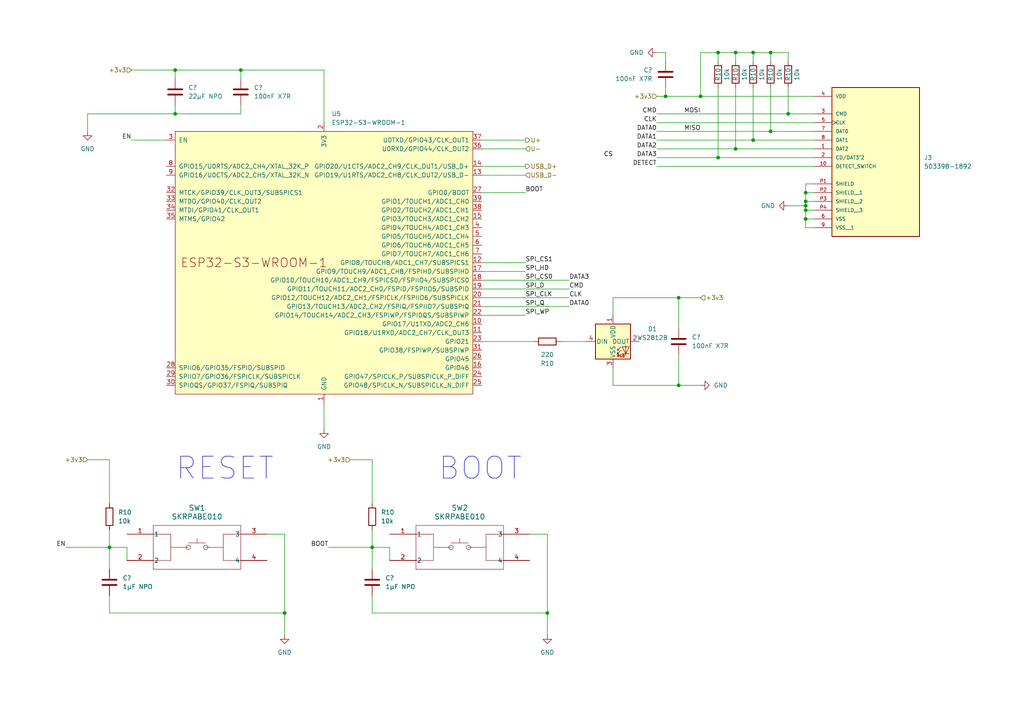
<source format=kicad_sch>
(kicad_sch (version 20230121) (generator eeschema)
  (paper "A4")
  (lib_symbols
    (symbol "Device:C" (pin_numbers hide) (pin_names (offset 0.254))
      (property "Reference" "C" (at 0.635 2.54 0))
      (property "Value" "C" (at 0.635 -2.54 0))
      (symbol "C_0_1"
        (polyline (pts (xy -2.032 -0.762) (xy 2.032 -0.762)) (stroke (width 0.508)))
        (polyline (pts (xy -2.032 0.762) (xy 2.032 0.762)) (stroke (width 0.508)))
      )
      (symbol "C_1_1"
        (pin passive line (at 0 3.81 270) (length 2.794) (name "~") (number "1"))
        (pin passive line (at 0 -3.81 90) (length 2.794) (name "~") (number "2"))
      )
    )
    (symbol "Device:R" (pin_numbers hide) (pin_names (offset 0))
      (property "Reference" "R" (at 2.032 0 90))
      (property "Value" "R" (at 0 0 90))
      (symbol "R_0_1"
        (rectangle (start -1.016 -2.54) (end 1.016 2.54) (stroke (width 0.254)))
      )
      (symbol "R_1_1"
        (pin passive line (at 0 3.81 270) (length 1.27) (name "~") (number "1"))
        (pin passive line (at 0 -3.81 90) (length 1.27) (name "~") (number "2"))
      )
    )
    (symbol "Downloads:503398-1892" (pin_names (offset 1.016))
      (property "Reference" "J" (at -12.7217 15.266 0))
      (property "Value" "503398-1892" (at -12.704 -27.9456 0))
      (symbol "503398-1892_0_0"
        (rectangle (start -12.7 -27.94) (end 12.7 15.24) (stroke (width 0.254)) (fill (type background)))
        (pin passive line (at 17.78 -2.54 180) (length 5.08) (name "DAT2") (number "1"))
        (pin passive line (at 17.78 -7.62 180) (length 5.08) (name "DETECT_SWITCH") (number "10"))
        (pin passive line (at 17.78 -5.08 180) (length 5.08) (name "CD/DAT3^2") (number "2"))
        (pin passive line (at 17.78 7.62 180) (length 5.08) (name "CMD") (number "3"))
        (pin power_in line (at 17.78 12.7 180) (length 5.08) (name "VDD") (number "4"))
        (pin passive clock (at 17.78 5.08 180) (length 5.08) (name "CLK") (number "5"))
        (pin power_in line (at 17.78 -22.86 180) (length 5.08) (name "VSS") (number "6"))
        (pin passive line (at 17.78 2.54 180) (length 5.08) (name "DAT0") (number "7"))
        (pin passive line (at 17.78 0 180) (length 5.08) (name "DAT1") (number "8"))
        (pin power_in line (at 17.78 -25.4 180) (length 5.08) (name "VSS__1") (number "9"))
        (pin passive line (at 17.78 -12.7 180) (length 5.08) (name "SHIELD") (number "P1"))
        (pin passive line (at 17.78 -15.24 180) (length 5.08) (name "SHIELD__1") (number "P2"))
        (pin passive line (at 17.78 -17.78 180) (length 5.08) (name "SHIELD__2") (number "P3"))
        (pin passive line (at 17.78 -20.32 180) (length 5.08) (name "SHIELD__3") (number "P4"))
      )
    )
    (symbol "Downloads:SKRPABE010" (pin_names (offset 0.254))
      (property "Reference" "SW" (at 20.32 7.62 0))
      (property "Value" "SKRPABE010" (at 20.32 5.08 0))
      (symbol "SKRPABE010_0_1"
        (polyline (pts (xy 7.62 -10.16) (xy 33.02 -10.16)) (stroke (width 0.127)))
        (polyline (pts (xy 7.62 -7.62) (xy 12.7 -7.62)) (stroke (width 0.127)))
        (polyline (pts (xy 7.62 0) (xy 12.7 0)) (stroke (width 0.127)))
        (polyline (pts (xy 7.62 2.54) (xy 7.62 -10.16)) (stroke (width 0.127)))
        (polyline (pts (xy 12.7 -3.81) (xy 17.78 -3.81)) (stroke (width 0.127)))
        (polyline (pts (xy 12.7 0) (xy 12.7 -7.62)) (stroke (width 0.127)))
        (polyline (pts (xy 17.78 -2.54) (xy 22.86 -2.54)) (stroke (width 0.127)))
        (polyline (pts (xy 20.32 -2.54) (xy 20.32 -1.27)) (stroke (width 0.127)))
        (polyline (pts (xy 27.94 -3.81) (xy 22.86 -3.81)) (stroke (width 0.127)))
        (polyline (pts (xy 27.94 0) (xy 27.94 -7.62)) (stroke (width 0.127)))
        (polyline (pts (xy 27.94 0) (xy 33.02 0)) (stroke (width 0.127)))
        (polyline (pts (xy 33.02 -10.16) (xy 33.02 2.54)) (stroke (width 0.127)))
        (polyline (pts (xy 33.02 -7.62) (xy 27.94 -7.62)) (stroke (width 0.127)))
        (polyline (pts (xy 33.02 2.54) (xy 7.62 2.54)) (stroke (width 0.127)))
        (circle (center 17.78 -3.81) (radius 0.635) (stroke (width 0.127)))
        (circle (center 22.86 -3.81) (radius 0.635) (stroke (width 0.127)))
        (pin unspecified line (at 0 0 0) (length 7.62) (name "1") (number "1"))
        (pin unspecified line (at 0 -7.62 0) (length 7.62) (name "2") (number "2"))
        (pin unspecified line (at 40.64 0 180) (length 7.62) (name "3") (number "3"))
        (pin unspecified line (at 40.64 -7.62 180) (length 7.62) (name "4") (number "4"))
      )
    )
    (symbol "LED:WS2812B" (pin_names (offset 0.254))
      (property "Reference" "D" (at 5.08 5.715 0))
      (property "Value" "WS2812B" (at 1.27 -5.715 0))
      (symbol "WS2812B_0_0"
        (text "RGB" (at 2.286 -4.191 0) (effects (font (size 0.762 0.762))))
      )
      (symbol "WS2812B_0_1"
        (polyline (pts (xy 1.27 -3.556) (xy 1.778 -3.556)))
        (polyline (pts (xy 1.27 -2.54) (xy 1.778 -2.54)))
        (polyline (pts (xy 4.699 -3.556) (xy 2.667 -3.556)))
        (polyline (pts (xy 2.286 -2.54) (xy 1.27 -3.556) (xy 1.27 -3.048)))
        (polyline (pts (xy 2.286 -1.524) (xy 1.27 -2.54) (xy 1.27 -2.032)))
        (polyline (pts (xy 3.683 -1.016) (xy 3.683 -3.556) (xy 3.683 -4.064)))
        (polyline (pts (xy 4.699 -1.524) (xy 2.667 -1.524) (xy 3.683 -3.556) (xy 4.699 -1.524)))
        (rectangle (start 5.08 5.08) (end -5.08 -5.08) (stroke (width 0.254)) (fill (type background)))
      )
      (symbol "WS2812B_1_1"
        (pin power_in line (at 0 7.62 270) (length 2.54) (name "VDD") (number "1"))
        (pin output line (at 7.62 0 180) (length 2.54) (name "DOUT") (number "2"))
        (pin power_in line (at 0 -7.62 90) (length 2.54) (name "VSS") (number "3"))
        (pin input line (at -7.62 0 0) (length 2.54) (name "DIN") (number "4"))
      )
    )
    (symbol "PCM_Espressif:ESP32-S3-WROOM-1" (pin_names (offset 1.016))
      (property "Reference" "U" (at -43.18 43.18 0))
      (property "Value" "ESP32-S3-WROOM-1" (at -43.18 40.64 0))
      (symbol "ESP32-S3-WROOM-1_0_0"
        (text "ESP32-S3-WROOM-1" (at -20.32 0 0) (effects (font (size 2.54 2.54))))
        (pin power_in line (at 0 -40.64 90) (length 2.54) (name "GND") (number "1"))
        (pin bidirectional line (at 45.72 -17.78 180) (length 2.54) (name "GPIO17/U1TXD/ADC2_CH6") (number "10"))
        (pin bidirectional line (at 45.72 -20.32 180) (length 2.54) (name "GPIO18/U1RXD/ADC2_CH7/CLK_OUT3") (number "11"))
        (pin bidirectional line (at 45.72 0 180) (length 2.54) (name "GPIO8/TOUCH8/ADC1_CH7/SUBSPICS1") (number "12"))
        (pin bidirectional line (at 45.72 25.4 180) (length 2.54) (name "GPIO19/U1RTS/ADC2_CH8/CLK_OUT2/USB_D-") (number "13"))
        (pin bidirectional line (at 45.72 27.94 180) (length 2.54) (name "GPIO20/U1CTS/ADC2_CH9/CLK_OUT1/USB_D+") (number "14"))
        (pin bidirectional line (at 45.72 12.7 180) (length 2.54) (name "GPIO3/TOUCH3/ADC1_CH2") (number "15"))
        (pin bidirectional line (at 45.72 -30.48 180) (length 2.54) (name "GPIO46") (number "16"))
        (pin bidirectional line (at 45.72 -2.54 180) (length 2.54) (name "GPIO9/TOUCH9/ADC1_CH8/FSPIHD/SUBSPIHD") (number "17"))
        (pin bidirectional line (at 45.72 -5.08 180) (length 2.54) (name "GPIO10/TOUCH10/ADC1_CH9/FSPICS0/FSPIIO4/SUBSPICS0") (number "18"))
        (pin bidirectional line (at 45.72 -7.62 180) (length 2.54) (name "GPIO11/TOUCH11/ADC2_CH0/FSPID/FSPIIO5/SUBSPID") (number "19"))
        (pin power_in line (at 0 40.64 270) (length 2.54) (name "3V3") (number "2"))
        (pin bidirectional line (at 45.72 -10.16 180) (length 2.54) (name "GPIO12/TOUCH12/ADC2_CH1/FSPICLK/FSPIIO6/SUBSPICLK") (number "20"))
        (pin bidirectional line (at 45.72 -12.7 180) (length 2.54) (name "GPIO13/TOUCH13/ADC2_CH2/FSPIQ/FSPIIO7/SUBSPIQ") (number "21"))
        (pin bidirectional line (at 45.72 -15.24 180) (length 2.54) (name "GPIO14/TOUCH14/ADC2_CH3/FSPIWP/FSPIDQS/SUBSPIWP") (number "22"))
        (pin bidirectional line (at 45.72 -22.86 180) (length 2.54) (name "GPIO21") (number "23"))
        (pin bidirectional line (at 45.72 -33.02 180) (length 2.54) (name "GPIO47/SPICLK_P/SUBSPICLK_P_DIFF") (number "24"))
        (pin bidirectional line (at 45.72 -35.56 180) (length 2.54) (name "GPIO48/SPICLK_N/SUBSPICLK_N_DIFF") (number "25"))
        (pin bidirectional line (at 45.72 -27.94 180) (length 2.54) (name "GPIO45") (number "26"))
        (pin bidirectional line (at 45.72 20.32 180) (length 2.54) (name "GPIO0/BOOT") (number "27"))
        (pin bidirectional line (at -45.72 -30.48 0) (length 2.54) (name "SPIIO6/GPIO35/FSPID/SUBSPID") (number "28"))
        (pin bidirectional line (at -45.72 -33.02 0) (length 2.54) (name "SPIIO7/GPIO36/FSPICLK/SUBSPICLK") (number "29"))
        (pin input line (at -45.72 35.56 0) (length 2.54) (name "EN") (number "3"))
        (pin bidirectional line (at -45.72 -35.56 0) (length 2.54) (name "SPIDQS/GPIO37/FSPIQ/SUBSPIQ") (number "30"))
        (pin bidirectional line (at 45.72 -25.4 180) (length 2.54) (name "GPIO38/FSPIWP/SUBSPIWP") (number "31"))
        (pin bidirectional line (at -45.72 20.32 0) (length 2.54) (name "MTCK/GPIO39/CLK_OUT3/SUBSPICS1") (number "32"))
        (pin bidirectional line (at -45.72 17.78 0) (length 2.54) (name "MTDO/GPIO40/CLK_OUT2") (number "33"))
        (pin bidirectional line (at -45.72 15.24 0) (length 2.54) (name "MTDI/GPIO41/CLK_OUT1") (number "34"))
        (pin bidirectional line (at -45.72 12.7 0) (length 2.54) (name "MTMS/GPIO42") (number "35"))
        (pin bidirectional line (at 45.72 33.02 180) (length 2.54) (name "U0RXD/GPIO44/CLK_OUT2") (number "36"))
        (pin bidirectional line (at 45.72 35.56 180) (length 2.54) (name "U0TXD/GPIO43/CLK_OUT1") (number "37"))
        (pin bidirectional line (at 45.72 15.24 180) (length 2.54) (name "GPIO2/TOUCH2/ADC1_CH1") (number "38"))
        (pin bidirectional line (at 45.72 17.78 180) (length 2.54) (name "GPIO1/TOUCH1/ADC1_CH0") (number "39"))
        (pin bidirectional line (at 45.72 10.16 180) (length 2.54) (name "GPIO4/TOUCH4/ADC1_CH3") (number "4"))
        (pin passive line (at 0 -40.64 90) (length 2.54) hide (name "GND") (number "40"))
        (pin passive line (at 0 -40.64 90) (length 2.54) hide (name "GND") (number "41"))
        (pin bidirectional line (at 45.72 7.62 180) (length 2.54) (name "GPIO5/TOUCH5/ADC1_CH4") (number "5"))
        (pin bidirectional line (at 45.72 5.08 180) (length 2.54) (name "GPIO6/TOUCH6/ADC1_CH5") (number "6"))
        (pin bidirectional line (at 45.72 2.54 180) (length 2.54) (name "GPIO7/TOUCH7/ADC1_CH6") (number "7"))
        (pin bidirectional line (at -45.72 27.94 0) (length 2.54) (name "GPIO15/U0RTS/ADC2_CH4/XTAL_32K_P") (number "8"))
        (pin bidirectional line (at -45.72 25.4 0) (length 2.54) (name "GPIO16/U0CTS/ADC2_CH5/XTAL_32K_N") (number "9"))
      )
      (symbol "ESP32-S3-WROOM-1_0_1"
        (rectangle (start -43.18 38.1) (end 43.18 -38.1) (fill (type background)))
      )
    )
    (symbol "power:GND" (power) (pin_names (offset 0))
      (property "Value" "GND" (at 0 -3.81 0))
      (symbol "GND_0_1"
        (polyline (pts (xy 0 0) (xy 0 -1.27) (xy 1.27 -1.27) (xy 0 -2.54) (xy -1.27 -1.27) (xy 0 -1.27)))
      )
      (symbol "GND_1_1"
        (pin power_in line (at 0 0 270) (length 0) hide (name "GND") (number "1"))
      )
    )
  )
  (junction (at 158.75 177.8))
  (junction (at 213.36 15.24))
  (junction (at 193.04 27.94))
  (junction (at 69.85 20.32))
  (junction (at 107.95 158.75))
  (junction (at 50.8 20.32))
  (junction (at 213.36 43.18))
  (junction (at 233.68 55.88))
  (junction (at 218.44 15.24))
  (junction (at 208.28 45.72))
  (junction (at 233.68 58.42))
  (junction (at 233.68 63.5))
  (junction (at 196.85 111.76))
  (junction (at 218.44 40.64))
  (junction (at 228.6 33.02))
  (junction (at 196.85 86.36))
  (junction (at 31.75 158.75))
  (junction (at 50.8 33.02))
  (junction (at 223.52 15.24))
  (junction (at 203.2 27.94))
  (junction (at 233.68 60.96))
  (junction (at 223.52 38.1))
  (junction (at 82.55 177.8))
  (junction (at 233.68 59.69))
  (junction (at 208.28 15.24))
  (wire (pts (xy 158.75 154.94) (xy 158.75 177.8)))
  (wire (pts (xy 162.56 99.06) (xy 170.18 99.06)))
  (wire (pts (xy 50.8 33.02) (xy 69.85 33.02)))
  (wire (pts (xy 208.28 25.4) (xy 208.28 45.72)))
  (wire (pts (xy 139.7 48.26) (xy 152.4 48.26)))
  (wire (pts (xy 139.7 76.2) (xy 152.4 76.2)))
  (wire (pts (xy 233.68 58.42) (xy 233.68 59.69)))
  (wire (pts (xy 82.55 177.8) (xy 82.55 184.15)))
  (wire (pts (xy 107.95 153.67) (xy 107.95 158.75)))
  (wire (pts (xy 38.1 40.64) (xy 48.26 40.64)))
  (wire (pts (xy 107.95 172.72) (xy 107.95 177.8)))
  (wire (pts (xy 233.68 63.5) (xy 236.22 63.5)))
  (wire (pts (xy 223.52 15.24) (xy 223.52 17.78)))
  (wire (pts (xy 19.05 158.75) (xy 31.75 158.75)))
  (wire (pts (xy 190.5 33.02) (xy 228.6 33.02)))
  (wire (pts (xy 139.7 88.9) (xy 165.1 88.9)))
  (wire (pts (xy 233.68 60.96) (xy 233.68 63.5)))
  (wire (pts (xy 36.83 158.75) (xy 36.83 162.56)))
  (wire (pts (xy 69.85 20.32) (xy 93.98 20.32)))
  (wire (pts (xy 228.6 25.4) (xy 228.6 33.02)))
  (wire (pts (xy 38.1 20.32) (xy 50.8 20.32)))
  (wire (pts (xy 193.04 17.78) (xy 193.04 15.24)))
  (wire (pts (xy 223.52 15.24) (xy 218.44 15.24)))
  (wire (pts (xy 193.04 27.94) (xy 203.2 27.94)))
  (wire (pts (xy 196.85 86.36) (xy 196.85 95.25)))
  (wire (pts (xy 25.4 33.02) (xy 25.4 38.1)))
  (wire (pts (xy 25.4 33.02) (xy 50.8 33.02)))
  (wire (pts (xy 107.95 133.35) (xy 107.95 146.05)))
  (wire (pts (xy 139.7 86.36) (xy 165.1 86.36)))
  (wire (pts (xy 233.68 59.69) (xy 233.68 60.96)))
  (wire (pts (xy 69.85 20.32) (xy 69.85 22.86)))
  (wire (pts (xy 213.36 25.4) (xy 213.36 43.18)))
  (wire (pts (xy 107.95 158.75) (xy 107.95 165.1)))
  (wire (pts (xy 203.2 15.24) (xy 203.2 27.94)))
  (wire (pts (xy 25.4 133.35) (xy 31.75 133.35)))
  (wire (pts (xy 203.2 111.76) (xy 196.85 111.76)))
  (wire (pts (xy 233.68 58.42) (xy 236.22 58.42)))
  (wire (pts (xy 203.2 15.24) (xy 208.28 15.24)))
  (wire (pts (xy 213.36 43.18) (xy 236.22 43.18)))
  (wire (pts (xy 93.98 116.84) (xy 93.98 124.46)))
  (wire (pts (xy 139.7 40.64) (xy 152.4 40.64)))
  (wire (pts (xy 233.68 55.88) (xy 236.22 55.88)))
  (wire (pts (xy 77.47 154.94) (xy 82.55 154.94)))
  (wire (pts (xy 196.85 102.87) (xy 196.85 111.76)))
  (wire (pts (xy 139.7 43.18) (xy 152.4 43.18)))
  (wire (pts (xy 233.68 60.96) (xy 236.22 60.96)))
  (wire (pts (xy 50.8 30.48) (xy 50.8 33.02)))
  (wire (pts (xy 139.7 78.74) (xy 152.4 78.74)))
  (wire (pts (xy 213.36 15.24) (xy 213.36 17.78)))
  (wire (pts (xy 158.75 177.8) (xy 158.75 184.15)))
  (wire (pts (xy 228.6 33.02) (xy 236.22 33.02)))
  (wire (pts (xy 139.7 50.8) (xy 152.4 50.8)))
  (wire (pts (xy 31.75 158.75) (xy 36.83 158.75)))
  (wire (pts (xy 113.03 158.75) (xy 113.03 162.56)))
  (wire (pts (xy 208.28 15.24) (xy 208.28 17.78)))
  (wire (pts (xy 190.5 40.64) (xy 218.44 40.64)))
  (wire (pts (xy 177.8 86.36) (xy 177.8 91.44)))
  (wire (pts (xy 190.5 45.72) (xy 208.28 45.72)))
  (wire (pts (xy 139.7 91.44) (xy 152.4 91.44)))
  (wire (pts (xy 31.75 172.72) (xy 31.75 177.8)))
  (wire (pts (xy 228.6 15.24) (xy 223.52 15.24)))
  (wire (pts (xy 213.36 15.24) (xy 208.28 15.24)))
  (wire (pts (xy 218.44 15.24) (xy 218.44 17.78)))
  (wire (pts (xy 223.52 38.1) (xy 236.22 38.1)))
  (wire (pts (xy 190.5 48.26) (xy 236.22 48.26)))
  (wire (pts (xy 139.7 81.28) (xy 165.1 81.28)))
  (wire (pts (xy 196.85 111.76) (xy 177.8 111.76)))
  (wire (pts (xy 190.5 27.94) (xy 193.04 27.94)))
  (wire (pts (xy 228.6 59.69) (xy 233.68 59.69)))
  (wire (pts (xy 139.7 55.88) (xy 152.4 55.88)))
  (wire (pts (xy 233.68 55.88) (xy 233.68 58.42)))
  (wire (pts (xy 93.98 20.32) (xy 93.98 35.56)))
  (wire (pts (xy 236.22 53.34) (xy 233.68 53.34)))
  (wire (pts (xy 218.44 15.24) (xy 213.36 15.24)))
  (wire (pts (xy 228.6 17.78) (xy 228.6 15.24)))
  (wire (pts (xy 153.67 154.94) (xy 158.75 154.94)))
  (wire (pts (xy 233.68 63.5) (xy 233.68 66.04)))
  (wire (pts (xy 190.5 38.1) (xy 223.52 38.1)))
  (wire (pts (xy 139.7 99.06) (xy 154.94 99.06)))
  (wire (pts (xy 31.75 177.8) (xy 82.55 177.8)))
  (wire (pts (xy 190.5 43.18) (xy 213.36 43.18)))
  (wire (pts (xy 218.44 25.4) (xy 218.44 40.64)))
  (wire (pts (xy 107.95 177.8) (xy 158.75 177.8)))
  (wire (pts (xy 196.85 86.36) (xy 177.8 86.36)))
  (wire (pts (xy 31.75 133.35) (xy 31.75 146.05)))
  (wire (pts (xy 203.2 27.94) (xy 236.22 27.94)))
  (wire (pts (xy 31.75 153.67) (xy 31.75 158.75)))
  (wire (pts (xy 193.04 15.24) (xy 190.5 15.24)))
  (wire (pts (xy 82.55 154.94) (xy 82.55 177.8)))
  (wire (pts (xy 218.44 40.64) (xy 236.22 40.64)))
  (wire (pts (xy 208.28 45.72) (xy 236.22 45.72)))
  (wire (pts (xy 50.8 20.32) (xy 50.8 22.86)))
  (wire (pts (xy 190.5 35.56) (xy 236.22 35.56)))
  (wire (pts (xy 31.75 158.75) (xy 31.75 165.1)))
  (wire (pts (xy 95.25 158.75) (xy 107.95 158.75)))
  (wire (pts (xy 101.6 133.35) (xy 107.95 133.35)))
  (wire (pts (xy 139.7 83.82) (xy 165.1 83.82)))
  (wire (pts (xy 203.2 86.36) (xy 196.85 86.36)))
  (wire (pts (xy 233.68 66.04) (xy 236.22 66.04)))
  (wire (pts (xy 233.68 53.34) (xy 233.68 55.88)))
  (wire (pts (xy 50.8 20.32) (xy 69.85 20.32)))
  (wire (pts (xy 177.8 111.76) (xy 177.8 106.68)))
  (wire (pts (xy 193.04 25.4) (xy 193.04 27.94)))
  (wire (pts (xy 69.85 30.48) (xy 69.85 33.02)))
  (wire (pts (xy 107.95 158.75) (xy 113.03 158.75)))
  (wire (pts (xy 223.52 25.4) (xy 223.52 38.1)))
  (text "BOOT" (at 127 139.7 0) (effects (font (size 6.35 6.35)) (justify left bottom)))
  (text "RESET" (at 50.8 139.7 0) (effects (font (size 6.35 6.35)) (justify left bottom)))
  (label "SPI_WP" (at 152.4 91.44 0))
  (label "SPI_HD" (at 152.4 78.74 0))
  (label "EN" (at 19.05 158.75 180))
  (label "DETECT" (at 190.5 48.26 180))
  (label "DATA1" (at 190.5 40.64 180))
  (label "MOSI" (at 203.2 33.02 180))
  (label "DATA3" (at 165.1 81.28 0))
  (label "CMD" (at 190.5 33.02 180))
  (label "SPI_CS1" (at 152.4 76.2 0))
  (label "DATA2" (at 190.5 43.18 180))
  (label "EN" (at 38.1 40.64 180))
  (label "DATA0" (at 190.5 38.1 180))
  (label "SPI_D" (at 152.4 83.82 0))
  (label "MISO" (at 203.2 38.1 180))
  (label "DATA0" (at 165.1 88.9 0))
  (label "DATA3" (at 190.5 45.72 180))
  (label "SPI_CS0" (at 152.4 81.28 0))
  (label "CS" (at 177.8 45.72 180))
  (label "CLK" (at 190.5 35.56 180))
  (label "BOOT" (at 95.25 158.75 180))
  (label "CLK" (at 165.1 86.36 0))
  (label "BOOT" (at 152.4 55.88 0))
  (label "CMD" (at 165.1 83.82 0))
  (label "SPI_CLK" (at 152.4 86.36 0))
  (label "SPI_Q" (at 152.4 88.9 0))
  (hierarchical_label "U-" (shape input) (at 152.4 43.18 0))
  (hierarchical_label "+3v3" (shape input) (at 190.5 27.94 180))
  (hierarchical_label "USB_D-" (shape input) (at 152.4 50.8 0))
  (hierarchical_label "+3v3" (shape input) (at 101.6 133.35 180))
  (hierarchical_label "USB_D+" (shape output) (at 152.4 48.26 0))
  (hierarchical_label "+3v3" (shape input) (at 203.2 86.36 0))
  (hierarchical_label "+3v3" (shape input) (at 25.4 133.35 180))
  (hierarchical_label "U+" (shape output) (at 152.4 40.64 0))
  (hierarchical_label "+3v3" (shape input) (at 38.1 20.32 180))
  (symbol (lib_id "power:GND") (at 158.75 184.15 0) (unit 1)
    (property "Reference" "#PWR021" (effects hide))
    (property "Value" "GND" (at 158.75 189.23 0))
  )
  (symbol (lib_id "Device:C") (at 107.95 168.91 180) (unit 1)
    (property "Reference" "C?" (at 111.76 167.64 0) (effects (justify right)))
    (property "Value" "1µF NPO" (at 111.76 170.18 0) (effects (justify right)))
    (property "Footprint" "Capacitor_SMD:C_0402_1005Metric" (effects hide))
    (instances (project "FlipperRP2040_DevBoard" (path "" (reference "C?") (unit 1)) (path "" (reference "C7") (unit 1)) (path "" (reference "C34") (unit 1))))
  )
  (symbol (lib_id "Device:C") (at 69.85 26.67 180) (unit 1)
    (property "Reference" "C?" (at 73.66 25.4 0) (effects (justify right)))
    (property "Value" "100nF X7R" (at 73.66 27.94 0) (effects (justify right)))
    (property "Footprint" "Capacitor_SMD:C_0402_1005Metric" (effects hide))
    (instances (project "FlipperRP2040_DevBoard" (path "" (reference "C?") (unit 1)) (path "" (reference "C8") (unit 1)) (path "" (reference "C33") (unit 1))))
  )
  (symbol (lib_id "Device:R") (at 107.95 149.86 0) (unit 1)
    (property "Reference" "R10" (at 110.49 148.59 0) (effects (justify left)))
    (property "Value" "10k" (at 110.49 151.13 0) (effects (justify left)))
    (property "Footprint" "Resistor_SMD:R_0402_1005Metric" (effects hide))
    (instances (project "FlipperRP2040_DevBoard" (path "" (reference "R10") (unit 1)) (path "" (reference "R9") (unit 1)) (path "" (reference "R15") (unit 1))))
  )
  (symbol (lib_id "Device:R") (at 228.6 21.59 0) (mirror x) (unit 1)
    (property "Reference" "R10" (at 228.6 21.59 90))
    (property "Value" "10k" (at 231.14 21.59 90))
    (property "Footprint" "Resistor_SMD:R_0402_1005Metric" (effects hide))
    (instances (project "FlipperRP2040_DevBoard" (path "" (reference "R10") (unit 1)) (path "" (reference "R9") (unit 1)) (path "" (reference "R18") (unit 1))))
  )
  (symbol (lib_id "LED:WS2812B") (at 177.8 99.06 0) (unit 1)
    (property "Reference" "D1" (at 189.23 95.4121 0))
    (property "Value" "WS2812B" (at 189.23 97.9521 0))
    (property "Footprint" "LED_SMD:LED_WS2812B_PLCC4_5.0x5.0mm_P3.2mm" (effects hide))
    (property "Datasheet" "https://cdn-shop.adafruit.com/datasheets/WS2812B.pdf" (effects hide))
  )
  (symbol (lib_id "Device:R") (at 208.28 21.59 0) (mirror x) (unit 1)
    (property "Reference" "R10" (at 208.28 21.59 90))
    (property "Value" "10k" (at 210.82 21.59 90))
    (property "Footprint" "Resistor_SMD:R_0402_1005Metric" (effects hide))
    (instances (project "FlipperRP2040_DevBoard" (path "" (reference "R10") (unit 1)) (path "" (reference "R9") (unit 1)) (path "" (reference "R12") (unit 1))))
  )
  (symbol (lib_id "Device:R") (at 223.52 21.59 0) (mirror x) (unit 1)
    (property "Reference" "R10" (at 223.52 21.59 90))
    (property "Value" "10k" (at 226.06 21.59 90))
    (property "Footprint" "Resistor_SMD:R_0402_1005Metric" (effects hide))
    (instances (project "FlipperRP2040_DevBoard" (path "" (reference "R10") (unit 1)) (path "" (reference "R9") (unit 1)) (path "" (reference "R17") (unit 1))))
  )
  (symbol (lib_id "Downloads:SKRPABE010") (at 113.03 154.94 0) (unit 1)
    (property "Reference" "SW2" (at 133.35 147.32 0) (effects (font (size 1.524 1.524))))
    (property "Value" "SKRPABE010" (at 133.35 149.86 0) (effects (font (size 1.524 1.524))))
    (property "Footprint" "Downloads:SW4_SKRPABE010_ALPS" (effects hide))
    (property "Datasheet" "SKRPABE010" (effects hide))
  )
  (symbol (lib_id "Device:R") (at 158.75 99.06 90) (mirror x) (unit 1)
    (property "Reference" "R10" (at 158.75 105.41 90))
    (property "Value" "220" (at 158.75 102.87 90))
    (property "Footprint" "Resistor_SMD:R_0402_1005Metric" (effects hide))
    (instances (project "FlipperRP2040_DevBoard" (path "" (reference "R10") (unit 1)) (path "" (reference "R9") (unit 1)) (path "" (reference "R11") (unit 1))))
  )
  (symbol (lib_id "power:GND") (at 82.55 184.15 0) (unit 1)
    (property "Reference" "#PWR020" (effects hide))
    (property "Value" "GND" (at 82.55 189.23 0))
  )
  (symbol (lib_id "Device:C") (at 193.04 21.59 0) (mirror x) (unit 1)
    (property "Reference" "C?" (at 189.23 20.32 0) (effects (justify right)))
    (property "Value" "100nF X7R" (at 189.23 22.86 0) (effects (justify right)))
    (property "Footprint" "Capacitor_SMD:C_0402_1005Metric" (effects hide))
    (instances (project "FlipperRP2040_DevBoard" (path "" (reference "C?") (unit 1)) (path "" (reference "C8") (unit 1)) (path "" (reference "C36") (unit 1))))
  )
  (symbol (lib_id "Device:R") (at 218.44 21.59 0) (mirror x) (unit 1)
    (property "Reference" "R10" (at 218.44 21.59 90))
    (property "Value" "10k" (at 220.98 21.59 90))
    (property "Footprint" "Resistor_SMD:R_0402_1005Metric" (effects hide))
    (instances (project "FlipperRP2040_DevBoard" (path "" (reference "R10") (unit 1)) (path "" (reference "R9") (unit 1)) (path "" (reference "R16") (unit 1))))
  )
  (symbol (lib_id "power:GND") (at 228.6 59.69 270) (unit 1)
    (property "Reference" "#PWR024" (effects hide))
    (property "Value" "GND" (at 224.79 59.69 90) (effects (justify right)))
  )
  (symbol (lib_id "Device:R") (at 31.75 149.86 0) (unit 1)
    (property "Reference" "R10" (at 34.29 148.59 0) (effects (justify left)))
    (property "Value" "10k" (at 34.29 151.13 0) (effects (justify left)))
    (property "Footprint" "Resistor_SMD:R_0402_1005Metric" (effects hide))
    (instances (project "FlipperRP2040_DevBoard" (path "" (reference "R10") (unit 1)) (path "" (reference "R9") (unit 1)) (path "" (reference "R14") (unit 1))))
  )
  (symbol (lib_id "PCM_Espressif:ESP32-S3-WROOM-1") (at 93.98 76.2 0) (unit 1)
    (property "Reference" "U5" (at 96.1741 33.02 0) (effects (justify left)))
    (property "Value" "ESP32-S3-WROOM-1" (at 96.1741 35.56 0) (effects (justify left)))
    (property "Footprint" "PCM_Espressif:ESP32-S3-WROOM-1" (effects hide))
    (property "Datasheet" "https://www.espressif.com/sites/default/files/documentation/esp32-s3-wroom-1_wroom-1u_datasheet_en.pdf" (effects hide))
  )
  (symbol (lib_id "Device:C") (at 196.85 99.06 180) (unit 1)
    (property "Reference" "C?" (at 200.66 97.79 0) (effects (justify right)))
    (property "Value" "100nF X7R" (at 200.66 100.33 0) (effects (justify right)))
    (property "Footprint" "Capacitor_SMD:C_0402_1005Metric" (effects hide))
    (instances (project "FlipperRP2040_DevBoard" (path "" (reference "C?") (unit 1)) (path "" (reference "C8") (unit 1)) (path "" (reference "C35") (unit 1))))
  )
  (symbol (lib_id "Device:C") (at 31.75 168.91 180) (unit 1)
    (property "Reference" "C?" (at 35.56 167.64 0) (effects (justify right)))
    (property "Value" "1µF NPO" (at 35.56 170.18 0) (effects (justify right)))
    (property "Footprint" "Capacitor_SMD:C_0402_1005Metric" (effects hide))
    (instances (project "FlipperRP2040_DevBoard" (path "" (reference "C?") (unit 1)) (path "" (reference "C7") (unit 1)) (path "" (reference "C31") (unit 1))))
  )
  (symbol (lib_id "Downloads:SKRPABE010") (at 36.83 154.94 0) (unit 1)
    (property "Reference" "SW1" (at 57.15 147.32 0) (effects (font (size 1.524 1.524))))
    (property "Value" "SKRPABE010" (at 57.15 149.86 0) (effects (font (size 1.524 1.524))))
    (property "Footprint" "Downloads:SW4_SKRPABE010_ALPS" (effects hide))
    (property "Datasheet" "SKRPABE010" (effects hide))
  )
  (symbol (lib_id "power:GND") (at 25.4 38.1 0) (unit 1)
    (property "Reference" "#PWR026" (effects hide))
    (property "Value" "GND" (at 25.4 43.18 0))
  )
  (symbol (lib_id "Device:R") (at 213.36 21.59 0) (mirror x) (unit 1)
    (property "Reference" "R10" (at 213.36 21.59 90))
    (property "Value" "10k" (at 215.9 21.59 90))
    (property "Footprint" "Resistor_SMD:R_0402_1005Metric" (effects hide))
    (instances (project "FlipperRP2040_DevBoard" (path "" (reference "R10") (unit 1)) (path "" (reference "R9") (unit 1)) (path "" (reference "R13") (unit 1))))
  )
  (symbol (lib_id "power:GND") (at 203.2 111.76 90) (unit 1)
    (property "Reference" "#PWR023" (effects hide))
    (property "Value" "GND" (at 207.01 111.76 90) (effects (justify right)))
  )
  (symbol (lib_id "Device:C") (at 50.8 26.67 180) (unit 1)
    (property "Reference" "C?" (at 54.61 25.4 0) (effects (justify right)))
    (property "Value" "22µF NPO" (at 54.61 27.94 0) (effects (justify right)))
    (property "Footprint" "Capacitor_SMD:C_0402_1005Metric" (effects hide))
    (instances (project "FlipperRP2040_DevBoard" (path "" (reference "C?") (unit 1)) (path "" (reference "C7") (unit 1)) (path "" (reference "C32") (unit 1))))
  )
  (symbol (lib_id "power:GND") (at 190.5 15.24 270) (unit 1)
    (property "Reference" "#PWR025" (effects hide))
    (property "Value" "GND" (at 186.69 15.24 90) (effects (justify right)))
  )
  (symbol (lib_id "power:GND") (at 93.98 124.46 0) (unit 1)
    (property "Reference" "#PWR022" (effects hide))
    (property "Value" "GND" (at 93.98 129.54 0))
  )
  (symbol (lib_id "Downloads:503398-1892") (at 254 40.64 0) (mirror y) (unit 1)
    (property "Reference" "J3" (at 267.97 45.72 0) (effects (justify right)))
    (property "Value" "503398-1892" (at 267.97 48.26 0) (effects (justify right)))
    (property "Footprint" "Downloads:MOLEX_503398-1892" (effects hide))
    (property "Datasheet" "https://tools.molex.com/pdm_docs/sd/5033981892_sd.pdf" (effects hide))
    (property "PARTREV" "0" (effects hide))
    (property "MANUFACTURER" "molex" (effects hide))
    (property "STANDARD" "MANUFACTURER RECOMMENDATIONS" (effects hide))
  )
)
</source>
